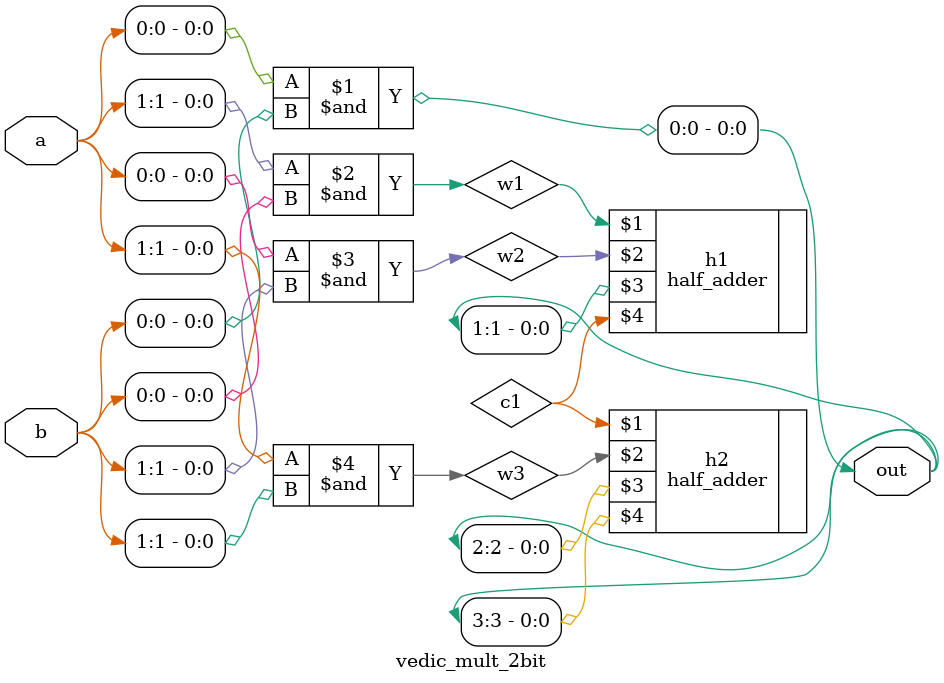
<source format=v>
`timescale 1ns / 1ps


module vedic_mult_2bit(a,b,out);
input [1:0]a,b;
output [3:0]out;

wire w1,w2,w3;
wire c1;

assign out[0] = a[0] & b[0];

assign w1 = a[1] & b[0];
assign w2 = a[0] & b[1];
assign w3 = a[1] & b[1];

half_adder h1(w1,w2,out[1],c1);
half_adder h2(c1,w3,out[2],out[3]);


endmodule


</source>
